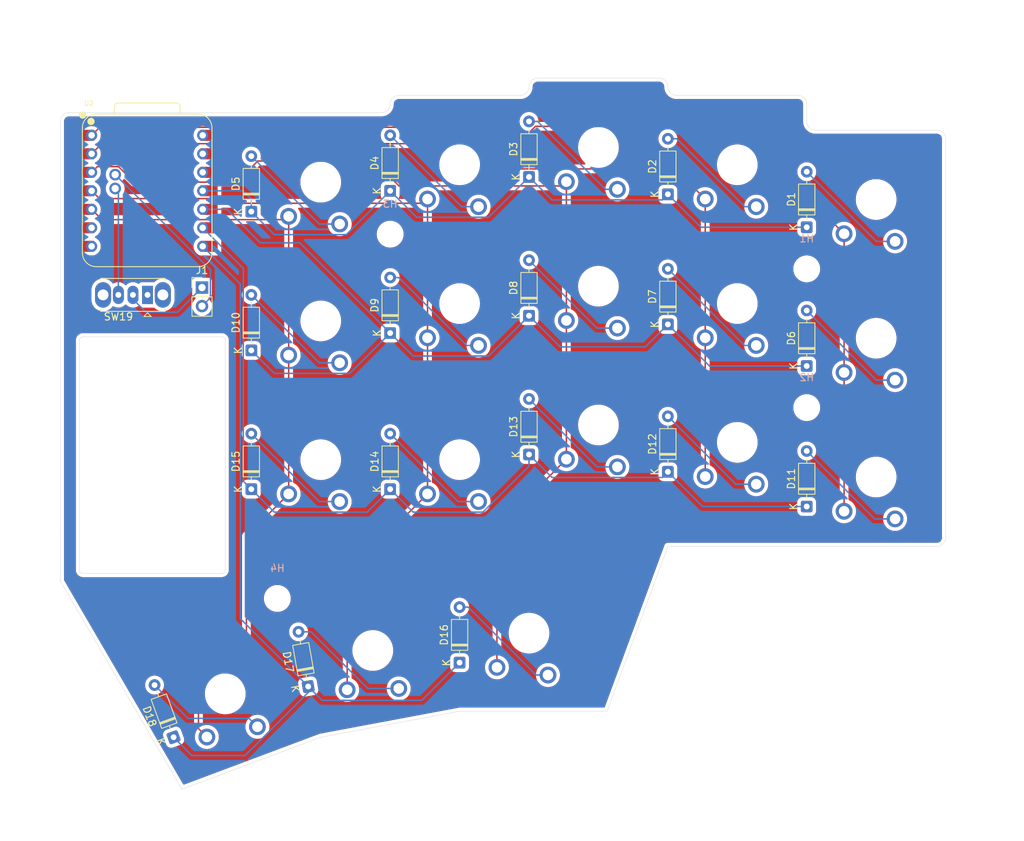
<source format=kicad_pcb>
(kicad_pcb (version 20241229) (generator "pcbnew") (generator_version "9.0")
  (layers (0 "F.Cu" signal) (2 "B.Cu" signal) (13 "F.Paste" user) (15 "B.Paste" user) (5 "F.SilkS" user "F.Silkscreen") (7 "B.SilkS" user "B.Silkscreen") (1 "F.Mask" user) (3 "B.Mask" user) (25 "Edge.Cuts" user))
  (net 0 "")
  (net 1 "Net-(D1-A)")
  (net 2 "Row 0")
  (net 3 "Net-(D2-A)")
  (net 4 "Net-(D3-A)")
  (net 5 "Net-(D4-A)")
  (net 6 "Net-(D5-A)")
  (net 7 "Net-(D6-A)")
  (net 8 "Row 1")
  (net 9 "Net-(D7-A)")
  (net 10 "Net-(D8-A)")
  (net 11 "Net-(D9-A)")
  (net 12 "Net-(D10-A)")
  (net 13 "Row 2")
  (net 14 "Net-(D11-A)")
  (net 15 "Net-(D12-A)")
  (net 16 "Net-(D13-A)")
  (net 17 "Net-(D14-A)")
  (net 18 "Net-(D15-A)")
  (net 19 "Row 3")
  (net 20 "Net-(D16-A)")
  (net 21 "Net-(D17-A)")
  (net 22 "Net-(D18-A)")
  (net 23 "GND")
  (net 24 "+5V")
  (net 25 "Net-(J1-Pin_1)")
  (net 26 "B-")
  (net 27 "Column 0")
  (net 28 "Column 1")
  (net 29 "Column 2")
  (net 30 "Column 3")
  (net 31 "Column 4")
  (net 33 "B+")
  (net 34 "+3V3")
  (footprint "Diode_THT:D_DO-35_SOD27_P7.62mm_Horizontal" (layer "F.Cu") (at 92.45625 92.216875 90)
    (property "Reference" "D14" (at 3.81 -2.119999 90) (layer "F.SilkS"))
    (property "Value" "1N4148")
    (fp_text user "K" (at -0.000002 -1.800001 90) (layer "F.SilkS"))
    (pad "1" thru_hole roundrect (at 0 0 90) (size 1.6 1.6) (drill 0.8) (layers "*.Cu" "*.Mask") (roundrect_rratio 0.15625) (net 13 "Row 2"))
    (pad "2" thru_hole circle (at 7.62 0 90) (size 1.6 1.6) (drill 0.8) (layers "*.Cu" "*.Mask") (net 17 "Net-(D14-A)"))
  )
  (footprint "KS33 Solderable:Gateron-KS33-Solderable-1U" (layer "F.Cu") (at 140.08125 47.6875)
    (property "Reference" "SW2")
    (property "Value" "SW_Push_45deg")
    (pad "" np_thru_hole circle (at 0 0 180) (size 5.1 5.1) (drill 5.1) (layers "*.Cu" "*.Mask"))
    (pad "1" thru_hole circle (at -4.4 4.7 180) (size 2.3 2.3) (drill 1.45) (layers "*.Cu" "B.Mask") (net 28 "Column 1"))
    (pad "2" thru_hole circle (at 2.6 5.75 180) (size 2.3 2.3) (drill 1.45) (layers "*.Cu" "B.Mask") (net 3 "Net-(D2-A)"))
  )
  (footprint "Diode_THT:D_DO-35_SOD27_P7.62mm_Horizontal" (layer "F.Cu") (at 149.60625 56.26 90)
    (property "Reference" "D1" (at 3.81 -2.119999 90) (layer "F.SilkS"))
    (property "Value" "1N4148")
    (fp_text user "K" (at -0.000002 -1.800001 90) (layer "F.SilkS"))
    (pad "1" thru_hole roundrect (at 0 0 90) (size 1.6 1.6) (drill 0.8) (layers "*.Cu" "*.Mask") (roundrect_rratio 0.15625) (net 2 "Row 0"))
    (pad "2" thru_hole circle (at 7.62 0 90) (size 1.6 1.6) (drill 0.8) (layers "*.Cu" "*.Mask") (net 1 "Net-(D1-A)"))
  )
  (footprint "KS33 Solderable:Gateron-KS33-Solderable-1U" (layer "F.Cu") (at 121.03125 83.40625)
    (property "Reference" "SW13")
    (property "Value" "SW_Push_45deg")
    (pad "" np_thru_hole circle (at 0 0 180) (size 5.1 5.1) (drill 5.1) (layers "*.Cu" "*.Mask"))
    (pad "1" thru_hole circle (at -4.4 4.7 180) (size 2.3 2.3) (drill 1.45) (layers "*.Cu" "B.Mask") (net 29 "Column 2"))
    (pad "2" thru_hole circle (at 2.6 5.75 180) (size 2.3 2.3) (drill 1.45) (layers "*.Cu" "B.Mask") (net 16 "Net-(D13-A)"))
  )
  (footprint "KS33 Solderable:Gateron-KS33-Solderable-1U" (layer "F.Cu") (at 90.075 114.3625 10)
    (property "Reference" "SW17")
    (property "Value" "SW_Push_45deg")
    (pad "" np_thru_hole circle (at 0 0 190) (size 5.1 5.1) (drill 5.1) (layers "*.Cu" "*.Mask"))
    (pad "1" thru_hole circle (at -4.400002 4.7 190) (size 2.3 2.3) (drill 1.45) (layers "*.Cu" "B.Mask") (net 30 "Column 3"))
    (pad "2" thru_hole circle (at 2.6 5.75 190) (size 2.3 2.3) (drill 1.45) (layers "*.Cu" "B.Mask") (net 21 "Net-(D17-A)"))
  )
  (footprint "KS33 Solderable:Gateron-KS33-Solderable-1U" (layer "F.Cu") (at 121.03125 45.30625)
    (property "Reference" "SW3")
    (property "Value" "SW_Push_45deg")
    (pad "" np_thru_hole circle (at 0 0 180) (size 5.1 5.1) (drill 5.1) (layers "*.Cu" "*.Mask"))
    (pad "1" thru_hole circle (at -4.4 4.7 180) (size 2.3 2.3) (drill 1.45) (layers "*.Cu" "B.Mask") (net 29 "Column 2"))
    (pad "2" thru_hole circle (at 2.6 5.75 180) (size 2.3 2.3) (drill 1.45) (layers "*.Cu" "B.Mask") (net 4 "Net-(D3-A)"))
  )
  (footprint "Diode_THT:D_DO-35_SOD27_P7.62mm_Horizontal" (layer "F.Cu") (at 130.55625 51.735625 90)
    (property "Reference" "D2" (at 3.81 -2.119999 90) (layer "F.SilkS"))
    (property "Value" "1N4148")
    (fp_text user "K" (at -0.000002 -1.800001 90) (layer "F.SilkS"))
    (pad "1" thru_hole roundrect (at 0 0 90) (size 1.6 1.6) (drill 0.8) (layers "*.Cu" "*.Mask") (roundrect_rratio 0.15625) (net 2 "Row 0"))
    (pad "2" thru_hole circle (at 7.62 0 90) (size 1.6 1.6) (drill 0.8) (layers "*.Cu" "*.Mask") (net 3 "Net-(D2-A)"))
  )
  (footprint "Diode_THT:D_DO-35_SOD27_P7.62mm_Horizontal" (layer "F.Cu") (at 130.55625 89.835625 90)
    (property "Reference" "D12" (at 3.81 -2.119999 90) (layer "F.SilkS"))
    (property "Value" "1N4148")
    (fp_text user "K" (at -0.000002 -1.800001 90) (layer "F.SilkS"))
    (pad "1" thru_hole roundrect (at 0 0 90) (size 1.6 1.6) (drill 0.8) (layers "*.Cu" "*.Mask") (roundrect_rratio 0.15625) (net 13 "Row 2"))
    (pad "2" thru_hole circle (at 7.62 0 90) (size 1.6 1.6) (drill 0.8) (layers "*.Cu" "*.Mask") (net 15 "Net-(D12-A)"))
  )
  (footprint "KS33 Solderable:Gateron-KS33-Solderable-1U" (layer "F.Cu") (at 82.93125 69.11875)
    (property "Reference" "SW10")
    (property "Value" "SW_Push_45deg")
    (pad "" np_thru_hole circle (at 0 0 180) (size 5.1 5.1) (drill 5.1) (layers "*.Cu" "*.Mask"))
    (pad "1" thru_hole circle (at -4.4 4.7 180) (size 2.3 2.3) (drill 1.45) (layers "*.Cu" "B.Mask") (net 31 "Column 4"))
    (pad "2" thru_hole circle (at 2.6 5.75 180) (size 2.3 2.3) (drill 1.45) (layers "*.Cu" "B.Mask") (net 12 "Net-(D10-A)"))
  )
  (footprint "Diode_THT:D_DO-35_SOD27_P7.62mm_Horizontal" (layer "F.Cu") (at 101.98125 116.029375 90)
    (property "Reference" "D16" (at 3.81 -2.119999 90) (layer "F.SilkS"))
    (property "Value" "1N4148")
    (fp_text user "K" (at -0.000002 -1.800001 90) (layer "F.SilkS"))
    (pad "1" thru_hole roundrect (at 0 0 90) (size 1.6 1.6) (drill 0.8) (layers "*.Cu" "*.Mask") (roundrect_rratio 0.15625) (net 19 "Row 3"))
    (pad "2" thru_hole circle (at 7.62 0 90) (size 1.6 1.6) (drill 0.8) (layers "*.Cu" "*.Mask") (net 20 "Net-(D16-A)"))
  )
  (footprint "KS33 Solderable:Gateron-KS33-Solderable-1U" (layer "F.Cu") (at 82.93125 88.16875)
    (property "Reference" "SW15")
    (property "Value" "SW_Push_45deg")
    (pad "" np_thru_hole circle (at 0 0 180) (size 5.1 5.1) (drill 5.1) (layers "*.Cu" "*.Mask"))
    (pad "1" thru_hole circle (at -4.4 4.7 180) (size 2.3 2.3) (drill 1.45) (layers "*.Cu" "B.Mask") (net 31 "Column 4"))
    (pad "2" thru_hole circle (at 2.6 5.75 180) (size 2.3 2.3) (drill 1.45) (layers "*.Cu" "B.Mask") (net 18 "Net-(D15-A)"))
  )
  (footprint "KS33 Solderable:Gateron-KS33-Solderable-1U" (layer "F.Cu") (at 101.98125 47.6875)
    (property "Reference" "SW4")
    (property "Value" "SW_Push_45deg")
    (pad "" np_thru_hole circle (at 0 0 180) (size 5.1 5.1) (drill 5.1) (layers "*.Cu" "*.Mask"))
    (pad "1" thru_hole circle (at -4.4 4.7 180) (size 2.3 2.3) (drill 1.45) (layers "*.Cu" "B.Mask") (net 30 "Column 3"))
    (pad "2" thru_hole circle (at 2.6 5.75 180) (size 2.3 2.3) (drill 1.45) (layers "*.Cu" "B.Mask") (net 5 "Net-(D4-A)"))
  )
  (footprint "Diode_THT:D_DO-35_SOD27_P7.62mm_Horizontal" (layer "F.Cu") (at 111.50625 68.404375 90)
    (property "Reference" "D8" (at 3.81 -2.119999 270) (layer "F.SilkS"))
    (property "Value" "1N4148")
    (fp_text user "K" (at -0.000002 -1.800001 90) (layer "F.SilkS"))
    (pad "1" thru_hole roundrect (at 0 0 90) (size 1.6 1.6) (drill 0.8) (layers "*.Cu" "*.Mask") (roundrect_rratio 0.15625) (net 8 "Row 1"))
    (pad "2" thru_hole circle (at 7.62 0 90) (size 1.6 1.6) (drill 0.8) (layers "*.Cu" "*.Mask") (net 10 "Net-(D8-A)"))
  )
  (footprint "Diode_THT:D_DO-35_SOD27_P7.62mm_Horizontal" (layer "F.Cu") (at 73.40625 54.116875 90)
    (property "Reference" "D5" (at 3.81 -2.119999 90) (layer "F.SilkS"))
    (property "Value" "1N4148")
    (fp_text user "K" (at -0.000002 -1.800001 90) (layer "F.SilkS"))
    (pad "1" thru_hole roundrect (at 0 0 90) (size 1.6 1.6) (drill 0.8) (layers "*.Cu" "*.Mask") (roundrect_rratio 0.15625) (net 2 "Row 0"))
    (pad "2" thru_hole circle (at 7.62 0 90) (size 1.6 1.6) (drill 0.8) (layers "*.Cu" "*.Mask") (net 6 "Net-(D5-A)"))
  )
  (footprint "Diode_THT:D_DO-35_SOD27_P7.62mm_Horizontal" (layer "F.Cu") (at 92.45625 70.785625 90)
    (property "Reference" "D9" (at 3.81 -2.119999 90) (layer "F.SilkS"))
    (property "Value" "1N4148")
    (fp_text user "K" (at -0.000002 -1.800001 90) (layer "F.SilkS"))
    (pad "1" thru_hole roundrect (at 0 0 90) (size 1.6 1.6) (drill 0.8) (layers "*.Cu" "*.Mask") (roundrect_rratio 0.15625) (net 8 "Row 1"))
    (pad "2" thru_hole circle (at 7.62 0 90) (size 1.6 1.6) (drill 0.8) (layers "*.Cu" "*.Mask") (net 11 "Net-(D9-A)"))
  )
  (footprint "Diode_THT:D_DO-35_SOD27_P7.62mm_Horizontal" (layer "F.Cu") (at 149.60625 75.31 90)
    (property "Reference" "D6" (at 3.81 -2.119999 90) (layer "F.SilkS"))
    (property "Value" "1N4148")
    (fp_text user "K" (at -0.000002 -1.800001 90) (layer "F.SilkS"))
    (pad "1" thru_hole roundrect (at 0 0 90) (size 1.6 1.6) (drill 0.8) (layers "*.Cu" "*.Mask") (roundrect_rratio 0.15625) (net 8 "Row 1"))
    (pad "2" thru_hole circle (at 7.62 0 90) (size 1.6 1.6) (drill 0.8) (layers "*.Cu" "*.Mask") (net 7 "Net-(D6-A)"))
  )
  (footprint "xiao:XIAO-nRF52840-DIP-Batt" (layer "F.Cu") (at 59.11875 51.259375)
    (property "Reference" "U2" (at -8 -12 0) (layer "F.SilkS") (effects (font (size 0.635 0.635) (thickness 0.1016))))
    (property "Value" "XIAO-nRF52840-SMD")
    (pad "1" smd roundrect (at -8.455 -7.62 180) (size 2.432 1.524) (layers "F.Cu" "F.Mask") (roundrect_rratio 0.1) (net 27 "Column 0"))
    (pad "1" thru_hole circle (at -7.62 -7.62 180) (size 1.524 1.524) (drill 0.889) (layers "*.Cu" "*.Mask") (net 27 "Column 0"))
    (pad "2" smd roundrect (at -8.455 -5.08 180) (size 2.432 1.524) (layers "F.Cu" "F.Mask") (roundrect_rratio 0.1) (net 28 "Column 1"))
    (pad "2" thru_hole circle (at -7.62 -5.08 180) (size 1.524 1.524) (drill 0.889) (layers "*.Cu" "*.Mask") (net 28 "Column 1"))
    (pad "3" smd roundrect (at -8.455 -2.54 180) (size 2.432 1.524) (layers "F.Cu" "F.Mask") (roundrect_rratio 0.1) (net 29 "Column 2"))
    (pad "3" thru_hole circle (at -7.62 -2.54 180) (size 1.524 1.524) (drill 0.889) (layers "*.Cu" "*.Mask") (net 29 "Column 2"))
    (pad "4" smd roundrect (at -8.455 0 180) (size 2.432 1.524) (layers "F.Cu" "F.Mask") (roundrect_rratio 0.1) (net 30 "Column 3"))
    (pad "4" thru_hole circle (at -7.62 0 180) (size 1.524 1.524) (drill 0.889) (layers "*.Cu" "*.Mask") (net 30 "Column 3"))
    (pad "5" smd roundrect (at -8.455 2.54 180) (size 2.432 1.524) (layers "F.Cu" "F.Mask") (roundrect_rratio 0.1) (net 31 "Column 4"))
    (pad "5" thru_hole circle (at -7.62 2.54 180) (size 1.524 1.524) (drill 0.889) (layers "*.Cu" "*.Mask") (net 31 "Column 4"))
    (pad "6" smd roundrect (at -8.455 5.08 180) (size 2.432 1.524) (layers "F.Cu" "F.Mask") (roundrect_rratio 0.1))
    (pad "6" thru_hole circle (at -7.62 5.08 180) (size 1.524 1.524) (drill 0.889) (layers "*.Cu" "*.Mask"))
    (pad "7" smd roundrect (at -8.455 7.62 180) (size 2.432 1.524) (layers "F.Cu" "F.Mask") (roundrect_rratio 0.1))
    (pad "7" thru_hole circle (at -7.62 7.62 180) (size 1.524 1.524) (drill 0.889) (layers "*.Cu" "*.Mask"))
    (pad "8" thru_hole circle (at 7.62 7.62) (size 1.524 1.524) (drill 0.889) (layers "*.Cu" "*.Mask") (net 19 "Row 3"))
    (pad "8" smd roundrect (at 8.455 7.62) (size 2.432 1.524) (layers "F.Cu" "F.Mask") (roundrect_rratio 0.1) (net 19 "Row 3"))
    (pad "9" thru_hole circle (at 7.62 5.08) (size 1.524 1.524) (drill 0.889) (layers "*.Cu" "*.Mask") (net 13 "Row 2"))
    (pad "9" smd roundrect (at 8.455 5.08) (size 2.432 1.524) (layers "F.Cu" "F.Mask") (roundrect_rratio 0.1) (net 13 "Row 2"))
    (pad "10" thru_hole circle (at 7.62 2.54) (size 1.524 1.524) (drill 0.889) (layers "*.Cu" "*.Mask") (net 8 "Row 1"))
    (pad "10" smd roundrect (at 8.455 2.54) (size 2.432 1.524) (layers "F.Cu" "F.Mask") (roundrect_rratio 0.1) (net 8 "Row 1"))
    (pad "11" thru_hole circle (at 7.62 0) (size 1.524 1.524) (drill 0.889) (layers "*.Cu" "*.Mask") (net 2 "Row 0"))
    (pad "11" smd roundrect (at 8.455 0) (size 2.432 1.524) (layers "F.Cu" "F.Mask") (roundrect_rratio 0.1) (net 2 "Row 0"))
    (pad "12" thru_hole circle (at 7.62 -2.54) (size 1.524 1.524) (drill 0.889) (layers "*.Cu" "*.Mask") (net 34 "+3V3"))
    (pad "12" smd roundrect (at 8.455 -2.54) (size 2.432 1.524) (layers "F.Cu" "F.Mask") (roundrect_rratio 0.1) (net 34 "+3V3"))
    (pad "13" thru_hole circle (at 7.62 -5.08) (size 1.524 1.524) (drill 0.889) (layers "*.Cu" "*.Mask") (net 23 "GND"))
    (pad "13" smd roundrect (at 8.455 -5.08) (size 2.432 1.524) (layers "F.Cu" "F.Mask") (roundrect_rratio 0.1) (net 23 "GND"))
    (pad "14" thru_hole circle (at 7.62 -7.62) (size 1.524 1.524) (drill 0.889) (layers "*.Cu" "*.Mask") (net 24 "+5V"))
    (pad "14" smd roundrect (at 8.455 -7.62) (size 2.432 1.524) (layers "F.Cu" "F.Mask") (roundrect_rratio 0.1) (net 24 "+5V"))
    (pad "15" thru_hole circle (at -4.39 -0.317 180) (size 1.6 1.6) (drill 1) (layers "*.Cu" "*.Mask") (net 33 "B+"))
    (pad "16" thru_hole circle (at -4.39 -2.222 180) (size 1.6 1.6) (drill 1) (layers "*.Cu" "*.Mask") (net 26 "B-"))
  )
  (footprint "KS33 Solderable:Gateron-KS33-Solderable-1U" (layer "F.Cu") (at 140.08125 85.7875)
    (property "Reference" "SW12")
    (property "Value" "SW_Push_45deg")
    (pad "" np_thru_hole circle (at 0 0 180) (size 5.1 5.1) (drill 5.1) (layers "*.Cu" "*.Mask"))
    (pad "1" thru_hole circle (at -4.4 4.7 180) (size 2.3 2.3) (drill 1.45) (layers "*.Cu" "B.Mask") (net 28 "Column 1"))
    (pad "2" thru_hole circle (at 2.6 5.75 180) (size 2.3 2.3) (drill 1.45) (layers "*.Cu" "B.Mask") (net 15 "Net-(D12-A)"))
  )
  (footprint "KS33 Solderable:Gateron-KS33-Solderable-1U" (layer "F.Cu") (at 69.834375 120.315625 20)
    (property "Reference" "SW18")
    (property "Value" "SW_Push_45deg")
    (pad "" np_thru_hole circle (at 0 0 200) (size 5.1 5.1) (drill 5.1) (layers "*.Cu" "*.Mask"))
    (pad "1" thru_hole circle (at -4.4 4.699999 200) (size 2.3 2.3) (drill 1.45) (layers "*.Cu" "B.Mask") (net 31 "Column 4"))
    (pad "2" thru_hole circle (at 2.599999 5.750001 200) (size 2.3 2.3) (drill 1.45) (layers "*.Cu" "B.Mask") (net 22 "Net-(D18-A)"))
  )
  (footprint "KS33 Solderable:Gateron-KS33-Solderable-1U" (layer "F.Cu") (at 101.98125 88.16875)
    (property "Reference" "SW14")
    (property "Value" "SW_Push_45deg")
    (pad "" np_thru_hole circle (at 0 0 180) (size 5.1 5.1) (drill 5.1) (layers "*.Cu" "*.Mask"))
    (pad "1" thru_hole circle (at -4.4 4.7 180) (size 2.3 2.3) (drill 1.45) (layers "*.Cu" "B.Mask") (net 30 "Column 3"))
    (pad "2" thru_hole circle (at 2.6 5.75 180) (size 2.3 2.3) (drill 1.45) (layers "*.Cu" "B.Mask") (net 17 "Net-(D14-A)"))
  )
  (footprint "Diode_THT:D_DO-35_SOD27_P7.62mm_Horizontal" (layer "F.Cu") (at 111.50625 49.354375 90)
    (property "Reference" "D3" (at 3.81 -2.119999 90) (layer "F.SilkS"))
    (property "Value" "1N4148")
    (fp_text user "K" (at -0.000002 -1.800001 90) (layer "F.SilkS"))
    (pad "1" thru_hole roundrect (at 0 0 90) (size 1.6 1.6) (drill 0.8) (layers "*.Cu" "*.Mask") (roundrect_rratio 0.15625) (net 2 "Row 0"))
    (pad "2" thru_hole circle (at 7.62 0 90) (size 1.6 1.6) (drill 0.8) (layers "*.Cu" "*.Mask") (net 4 "Net-(D3-A)"))
  )
  (footprint "Diode_THT:D_DO-35_SOD27_P7.62mm_Horizontal" (layer "F.Cu") (at 81.2116 119.305242 100)
    (property "Reference" "D17" (at 3.81 -2.119999 100) (layer "F.SilkS"))
    (property "Value" "1N4148")
    (fp_text user "K" (at -0.000002 -1.800001 100) (layer "F.SilkS"))
    (pad "1" thru_hole roundrect (at 0 0 100) (size 1.6 1.6) (drill 0.8) (layers "*.Cu" "*.Mask") (roundrect_rratio 0.15625) (net 19 "Row 3"))
    (pad "2" thru_hole circle (at 7.62 0 100) (size 1.6 1.6) (drill 0.8) (layers "*.Cu" "*.Mask") (net 21 "Net-(D17-A)"))
  )
  (footprint "KS33 Solderable:Gateron-KS33-Solderable-1U" (layer "F.Cu") (at 140.08125 66.7375)
    (property "Reference" "SW7")
    (property "Value" "SW_Push_45deg")
    (pad "" np_thru_hole circle (at 0 0 180) (size 5.1 5.1) (drill 5.1) (layers "*.Cu" "*.Mask"))
    (pad "1" thru_hole circle (at -4.4 4.7 180) (size 2.3 2.3) (drill 1.45) (layers "*.Cu" "B.Mask") (net 28 "Column 1"))
    (pad "2" thru_hole circle (at 2.6 5.75 180) (size 2.3 2.3) (drill 1.45) (layers "*.Cu" "B.Mask") (net 9 "Net-(D7-A)"))
  )
  (footprint "KS33 Solderable:Gateron-KS33-Solderable-1U" (layer "F.Cu") (at 101.98125 66.7375)
    (property "Reference" "SW9")
    (property "Value" "SW_Push_45deg")
    (pad "" np_thru_hole circle (at 0 0 180) (size 5.1 5.1) (drill 5.1) (layers "*.Cu" "*.Mask"))
    (pad "1" thru_hole circle (at -4.4 4.7 180) (size 2.3 2.3) (drill 1.45) (layers "*.Cu" "B.Mask") (net 30 "Column 3"))
    (pad "2" thru_hole circle (at 2.6 5.75 180) (size 2.3 2.3) (drill 1.45) (layers "*.Cu" "B.Mask") (net 11 "Net-(D9-A)"))
  )
  (footprint "Diode_THT:D_DO-35_SOD27_P7.62mm_Horizontal" (layer "F.Cu") (at 62.740625 126.26875 110)
    (property "Reference" "D18" (at 3.810001 -2.12 110) (layer "F.SilkS"))
    (property "Value" "1N4148")
    (fp_text user "K" (at -0.000002 -1.800002 110) (layer "F.SilkS"))
    (pad "1" thru_hole roundrect (at 0 0 110) (size 1.6 1.6) (drill 0.8) (layers "*.Cu" "*.Mask") (roundrect_rratio 0.15625) (net 19 "Row 3"))
    (pad "2" thru_hole circle (at 7.62 0.000001 110) (size 1.6 1.6) (drill 0.8) (layers "*.Cu" "*.Mask") (net 22 "Net-(D18-A)"))
  )
  (footprint "Diode_THT:D_DO-35_SOD27_P7.62mm_Horizontal" (layer "F.Cu") (at 130.55625 69.595 90)
    (property "Reference" "D7" (at 3.81 -2.119999 90) (layer "F.SilkS"))
    (property "Value" "1N4148")
    (fp_text user "K" (at -0.000002 -1.800001 90) (layer "F.SilkS"))
    (pad "1" thru_hole roundrect (at 0 0 90) (size 1.6 1.6) (drill 0.8) (layers "*.Cu" "*.Mask") (roundrect_rratio 0.15625) (net 8 "Row 1"))
    (pad "2" thru_hole circle (at 7.62 0 90) (size 1.6 1.6) (drill 0.8) (layers "*.Cu" "*.Mask") (net 9 "Net-(D7-A)"))
  )
  (footprint "Diode_THT:D_DO-35_SOD27_P7.62mm_Horizontal" (layer "F.Cu") (at 149.60625 94.598125 90)
    (property "Reference" "D11" (at 3.81 -2.119999 90) (layer "F.SilkS"))
    (property "Value" "1N4148")
    (fp_text user "K" (at -0.000002 -1.800001 90) (layer "F.SilkS"))
    (pad "1" thru_hole roundrect (at 0 0 90) (size 1.6 1.6) (drill 0.8) (layers "*.Cu" "*.Mask") (roundrect_rratio 0.15625) (net 13 "Row 2"))
    (pad "2" thru_hole circle (at 7.62 0 90) (size 1.6 1.6) (drill 0.8) (layers "*.Cu" "*.Mask") (net 14 "Net-(D11-A)"))
  )
  (footprint "Diode_THT:D_DO-35_SOD27_P7.62mm_Horizontal" (layer "F.Cu") (at 73.40625 92.216875 90)
    (property "Reference" "D15" (at 3.81 -2.119999 90) (layer "F.SilkS"))
    (property "Value" "1N4148")
    (fp_text user "K" (at -0.000002 -1.800001 90) (layer "F.SilkS"))
    (pad "1" thru_hole roundrect (at 0 0 90) (size 1.6 1.6) (drill 0.8) (layers "*.Cu" "*.Mask") (roundrect_rratio 0.15625) (net 13 "Row 2"))
    (pad "2" thru_hole circle (at 7.62 0 90) (size 1.6 1.6) (drill 0.8) (layers "*.Cu" "*.Mask") (net 18 "Net-(D15-A)"))
  )
  (footprint "KS33 Solderable:Gateron-KS33-Solderable-1U" (layer "F.Cu") (at 121.03125 64.35625)
    (property "Reference" "SW8")
    (property "Value" "SW_Push_45deg")
    (pad "" np_thru_hole circle (at 0 0 180) (size 5.1 5.1) (drill 5.1) (layers "*.Cu" "*.Mask"))
    (pad "1" thru_hole circle (at -4.4 4.7 180) (size 2.3 2.3) (drill 1.45) (layers "*.Cu" "B.Mask") (net 29 "Column 2"))
    (pad "2" thru_hole circle (at 2.6 5.75 180) (size 2.3 2.3) (drill 1.45) (layers "*.Cu" "B.Mask") (net 10 "Net-(D8-A)"))
  )
  (footprint "Connector_PinHeader_2.54mm:PinHeader_1x02_P2.54mm_Vertical" (layer "F.Cu") (at 66.643747 64.546874)
    (property "Reference" "J1" (at 0 -2.38 0) (layer "F.SilkS"))
    (property "Value" "Conn_01x02_Pin")
    (pad "1" thru_hole rect (at 0 0) (size 1.7 1.7) (drill 1) (layers "*.Cu" "*.Mask") (net 25 "Net-(J1-Pin_1)"))
    (pad "2" thru_hole circle (at 0 2.54) (size 1.7 1.7) (drill 1) (layers "*.Cu" "*.Mask") (net 26 "B-"))
  )
  (footprint "Diode_THT:D_DO-35_SOD27_P7.62mm_Horizontal" (layer "F.Cu") (at 111.50625 87.454375 90)
    (property "Reference" "D13" (at 3.81 -2.119999 90) (layer "F.SilkS"))
    (property "Value" "1N4148")
    (fp_text user "K" (at -0.000002 -1.800001 90) (layer "F.SilkS"))
    (pad "1" thru_hole roundrect (at 0 0 90) (size 1.6 1.6) (drill 0.8) (layers "*.Cu" "*.Mask") (roundrect_rratio 0.15625) (net 13 "Row 2"))
    (pad "2" thru_hole circle (at 7.62 0 90) (size 1.6 1.6) (drill 0.8) (layers "*.Cu" "*.Mask") (net 16 "Net-(D13-A)"))
  )
  (footprint "Button_Switch_THT:SW_Slide_SPDT_Straight_CK_OS102011MS2Q" (layer "F.Cu") (at 59.16875 65.546875 180)
    (property "Reference" "SW19" (at 3.99 -2.99 0) (layer "F.SilkS"))
    (property "Value" "SW_SPDT")
    (pad "" thru_hole oval (at -2.1 0 180) (size 2.2 3.5) (drill 1.5) (layers "*.Cu" "*.Mask"))
    (pad "" thru_hole oval (at 6.1 0 180) (size 2.2 3.5) (drill 1.5) (layers "*.Cu" "*.Mask"))
    (pad "1" thru_hole rect (at 0 0 180) (size 1.5 2.5) (drill 0.8) (layers "*.Cu" "*.Mask"))
    (pad "2" thru_hole oval (at 2.000003 0.000001 180) (size 1.5 2.5) (drill 0.8) (layers "*.Cu" "*.Mask") (net 25 "Net-(J1-Pin_1)"))
    (pad "3" thru_hole oval (at 4 0 180) (size 1.5 2.5) (drill 0.8) (layers "*.Cu" "*.Mask") (net 33 "B+"))
  )
  (footprint "KS33 Solderable:Gateron-KS33-Solderable-1U" (layer "F.Cu") (at 159.13125 90.55)
    (property "Reference" "SW11")
    (property "Value" "SW_Push_45deg")
    (pad "" np_thru_hole circle (at 0 0 180) (size 5.1 5.1) (drill 5.1) (layers "*.Cu" "*.Mask"))
    (pad "1" thru_hole circle (at -4.4 4.7 180) (size 2.3 2.3) (drill 1.45) (layers "*.Cu" "B.Mask") (net 27 "Column 0"))
    (pad "2" thru_hole circle (at 2.6 5.75 180) (size 2.3 2.3) (drill 1.45) (layers "*.Cu" "B.Mask") (net 14 "Net-(D11-A)"))
  )
  (footprint "KS33 Solderable:Gateron-KS33-Solderable-1U" (layer "F.Cu") (at 159.13125 52.45)
    (property "Reference" "SW1")
    (property "Value" "SW_Push_45deg")
    (pad "" np_thru_hole circle (at 0 0 180) (size 5.1 5.1) (drill 5.1) (layers "*.Cu" "*.Mask"))
    (pad "1" thru_hole circle (at -4.4 4.7 180) (size 2.3 2.3) (drill 1.45) (layers "*.Cu" "B.Mask") (net 27 "Column 0"))
    (pad "2" thru_hole circle (at 2.6 5.75 180) (size 2.3 2.3) (drill 1.45) (layers "*.Cu" "B.Mask") (net 1 "Net-(D1-A)"))
  )
  (footprint "KS33 Solderable:Gateron-KS33-Solderable-1U" (layer "F.Cu") (at 159.13125 71.5)
    (property "Reference" "SW6")
    (property "Value" "SW_Push_45deg")
    (pad "" np_thru_hole circle (at 0 0 180) (size 5.1 5.1) (drill 5.1) (layers "*.Cu" "*.Mask"))
    (pad "1" thru_hole circle (at -4.4 4.7 180) (size 2.3 2.3) (drill 1.45) (layers "*.Cu" "B.Mask") (net 27 "Column 0"))
    (pad "2" thru_hole circle (at 2.6 5.75 180) (size 2.3 2.3) (drill 1.45) (layers "*.Cu" "B.Mask") (net 7 "Net-(D6-A)"))
  )
  (footprint "KS33 Solderable:Gateron-KS33-Solderable-1U" (layer "F.Cu") (at 111.50625 111.98125)
    (property "Reference" "SW16")
    (property "Value" "SW_Push_45deg")
    (pad "" np_thru_hole circle (at 0 0 180) (size 5.1 5.1) (drill 5.1) (layers "*.Cu" "*.Mask"))
    (pad "1" thru_hole circle (at -4.400001 4.7 180) (size 2.3 2.3) (drill 1.45) (layers "*.Cu" "B.Mask") (net 29 "Column 2"))
    (pad "2" thru_hole circle (at 2.6 5.75 180) (size 2.3 2.3) (drill 1.45) (layers "*.Cu" "B.Mask") (net 20 "Net-(D16-A)"))
  )
  (footprint "Diode_THT:D_DO-35_SOD27_P7.62mm_Horizontal" (layer "F.Cu") (at 73.40625 73.166875 90)
    (property "Reference" "D10" (at 3.81 -2.119999 90) (layer "F.SilkS"))
    (property "Value" "1N4148")
    (fp_text user "K" (at -0.000002 -1.800001 90) (layer "F.SilkS"))
    (pad "1" thru_hole roundrect (at 0 0 90) (size 1.6 1.6) (drill 0.8) (layers "*.Cu" "*.Mask") (roundrect_rratio 0.15625) (net 8 "Row 1"))
    (pad "2" thru_hole circle (at 7.62 0 90) (size 1.6 1.6) (drill 0.8) (layers "*.Cu" "*.Mask") (net 12 "Net-(D10-A)"))
  )
  (footprint "Diode_THT:D_DO-35_SOD27_P7.62mm_Horizontal" (layer "F.Cu") (at 92.45625 51.259375 90)
    (property "Reference" "D4" (at 3.81 -2.119999 90) (layer "F.SilkS"))
    (property "Value" "1N4148")
    (fp_text user "K" (at -0.000002 -1.800001 90) (layer "F.SilkS"))
    (pad "1" thru_hole roundrect (at 0 0 90) (size 1.6 1.6) (drill 0.8) (layers "*.Cu" "*.Mask") (roundrect_rratio 0.15625) (net 2 "Row 0"))
    (pad "2" thru_hole circle (at 7.62 0 90) (size 1.6 1.6) (drill 0.8) (layers "*.Cu" "*.Mask") (net 5 "Net-(D4-A)"))
  )
  (footprint "KS33 Solderable:Gateron-KS33-Solderable-1U" (layer "F.Cu") (at 82.93125 50.06875)
    (property "Reference" "SW5")
    (property "Value" "SW_Push_45deg")
    (pad "" np_thru_hole circle (at 0 0 180) (size 5.1 5.1) (drill 5.1) (layers "*.Cu" "*.Mask"))
    (pad "1" thru_hole circle (at -4.4 4.7 180) (size 2.3 2.3) (drill 1.45) (layers "*.Cu" "B.Mask") (net 31 "Column 4"))
    (pad "2" thru_hole circle (at 2.6 5.75 180) (size 2.3 2.3) (drill 1.45) (layers "*.Cu" "B.Mask") (net 6 "Net-(D5-A)"))
  )
  (footprint "MountingHole:MountingHole_3.2mm_M3" (layer "B.Cu") (at 76.978125 107.21875 180)
    (property "Reference" "H4" (at 0 4.15 0) (layer "B.SilkS") (effects (justify mirror)))
    (property "Value" "MountingHole")
    (pad "" np_thru_hole circle (at 0 0 180) (size 3.2 3.2) (drill 3.2) (layers "*.Cu" "*.Mask"))
  )
  (footprint "MountingHole:MountingHole_3.2mm_M3" (layer "B.Cu") (at 149.60625 81.025 180)
    (property "Reference" "H2" (at 0 4.15 0) (layer "B.SilkS") (effects (justify mirror)))
    (property "Value" "MountingHole")
    (pad "" np_thru_hole circle (at 0 0 180) (size 3.2 3.2) (drill 3.2) (layers "*.Cu" "*.Mask"))
  )
  (footprint "MountingHole:MountingHole_3.2mm_M3" (layer "B.Cu") (at 149.60625 61.975 180)
    (property "Reference" "H1" (at 0 4.15 0) (layer "B.SilkS") (effects (justify mirror)))
    (property "Value" "MountingHole")
    (pad "" np_thru_hole circle (at 0 0 180) (size 3.2 3.2) (drill 3.2) (layers "*.Cu" "*.Mask"))
  )
  (footprint "MountingHole:MountingHole_3.2mm_M3" (layer "B.Cu") (at 92.45625 57.2125 180)
    (property "Reference" "H3" (at 0 4.15 0) (layer "B.SilkS") (effects (justify mirror)))
    (property "Value" "MountingHole")
    (pad "" np_thru_hole circle (at 0 0 180) (size 3.2 3.2) (drill 3.2) (layers "*.Cu" "*.Mask"))
  )
  (gr_line (start 50.328553 103.793303) (end 69.328553 103.793303) (stroke (width 0.05)) (layer "Edge.Cuts"))
  (gr_line (start 69.828553 103.293303) (end 69.828553 71.793303) (stroke (width 0.05)) (layer "Edge.Cuts"))
  (gr_line (start 168.65625 98.884375) (end 168.65625 44.115625) (stroke (width 0.05)) (layer "Edge.Cuts"))
  (gr_line (start 148.415625 38.1625) (end 131.746875 38.1625) (stroke (width 0.05)) (layer "Edge.Cuts"))
  (gr_arc (start 111.50625 36.971875) (mid 111.854986 36.130001) (end 112.696875 35.78125) (stroke (width 0.05)) (layer "Edge.Cuts"))
  (gr_arc (start 47.2125 41.734375) (mid 47.561204 40.892454) (end 48.403125 40.54375) (stroke (width 0.05)) (layer "Edge.Cuts"))
  (gr_arc (start 49.828553 71.793303) (mid 49.975028 71.439778) (end 50.328553 71.293303) (stroke (width 0.05)) (layer "Edge.Cuts"))
  (gr_line (start 110.315625 38.1625) (end 93.646875 38.1625) (stroke (width 0.05)) (layer "Edge.Cuts"))
  (gr_arc (start 111.50625 36.971875) (mid 111.157502 37.813752) (end 110.315625 38.1625) (stroke (width 0.05)) (layer "Edge.Cuts"))
  (gr_line (start 103.171875 122.696875) (end 122.221875 122.696875) (stroke (width 0.05)) (layer "Edge.Cuts"))
  (gr_line (start 167.465625 42.925) (end 150.796875 42.925) (stroke (width 0.05)) (layer "Edge.Cuts"))
  (gr_line (start 49.828553 71.793303) (end 49.828553 103.293303) (stroke (width 0.05)) (layer "Edge.Cuts"))
  (gr_arc (start 167.465625 42.925) (mid 168.307531 43.273719) (end 168.65625 44.115625) (stroke (width 0.05)) (layer "Edge.Cuts"))
  (gr_arc (start 69.328553 71.293303) (mid 69.682103 71.439751) (end 69.828553 71.793303) (stroke (width 0.05)) (layer "Edge.Cuts"))
  (gr_line (start 129.365625 35.78125) (end 112.696875 35.78125) (stroke (width 0.05)) (layer "Edge.Cuts"))
  (gr_line (start 63.88125 133.4125) (end 47.2125 104.8375) (stroke (width 0.05)) (layer "Edge.Cuts"))
  (gr_line (start 103.171875 122.696875) (end 101.98125 122.696875) (stroke (width 0.05)) (layer "Edge.Cuts"))
  (gr_arc (start 69.828553 103.293303) (mid 69.682076 103.646826) (end 69.328553 103.793303) (stroke (width 0.05)) (layer "Edge.Cuts"))
  (gr_line (start 149.60625 41.734375) (end 149.60625 39.353125) (stroke (width 0.05)) (layer "Edge.Cuts"))
  (gr_arc (start 50.328553 103.793303) (mid 49.974997 103.646858) (end 49.828553 103.293303) (stroke (width 0.05)) (layer "Edge.Cuts"))
  (gr_line (start 47.2125 97.69375) (end 47.2125 104.8375) (stroke (width 0.05)) (layer "Edge.Cuts"))
  (gr_arc (start 131.746875 38.1625) (mid 130.904969 37.813781) (end 130.55625 36.971875) (stroke (width 0.05)) (layer "Edge.Cuts"))
  (gr_arc (start 148.415625 38.1625) (mid 149.257531 38.511219) (end 149.60625 39.353125) (stroke (width 0.05)) (layer "Edge.Cuts"))
  (gr_arc (start 168.65625 98.884375) (mid 168.307502 99.726252) (end 167.465625 100.075) (stroke (width 0.05)) (layer "Edge.Cuts"))
  (gr_line (start 82.93125 126.26875) (end 101.98125 122.696875) (stroke (width 0.05)) (layer "Edge.Cuts"))
  (gr_line (start 91.265625 40.54375) (end 48.403125 40.54375) (stroke (width 0.05)) (layer "Edge.Cuts"))
  (gr_arc (start 129.365625 35.78125) (mid 130.207549 36.129966) (end 130.55625 36.971875) (stroke (width 0.05)) (layer "Edge.Cuts"))
  (gr_line (start 167.465625 100.075) (end 130.55625 100.075) (stroke (width 0.05)) (layer "Edge.Cuts"))
  (gr_line (start 47.2125 41.734375) (end 47.2125 97.69375) (stroke (width 0.05)) (layer "Edge.Cuts"))
  (gr_arc (start 92.45625 39.353125) (mid 92.107514 40.194999) (end 91.265625 40.54375) (stroke (width 0.05)) (layer "Edge.Cuts"))
  (gr_line (start 122.221875 122.696875) (end 130.55625 100.075) (stroke (width 0.05)) (layer "Edge.Cuts"))
  (gr_line (start 69.328553 71.293303) (end 50.328553 71.293303) (stroke (width 0.05)) (layer "Edge.Cuts"))
  (gr_arc (start 92.45625 39.353125) (mid 92.804998 38.511248) (end 93.646875 38.1625) (stroke (width 0.05)) (layer "Edge.Cuts"))
  (gr_line (start 63.88125 133.4125) (end 82.93125 126.26875) (stroke (width 0.05)) (layer "Edge.Cuts"))
  (gr_arc (start 150.796875 42.925) (mid 149.954969 42.576281) (end 149.60625 41.734375) (stroke (width 0.05)) (layer "Edge.Cuts"))
  (segment (start 161.73125 58.2) (end 159.16625 58.2) (width 0.2) (layer "B.Cu") (net 1))
  (segment (start 159.16625 58.2) (end 149.60625 48.64) (width 0.2) (layer "B.Cu") (net 1))
  (segment (start 73.40625 52.4) (end 72.265625 51.259375) (width 0.2) (layer "B.Cu") (net 2))
  (segment (start 73.40625 54.116875) (end 76.559125 57.26975) (width 0.2) (layer "B.Cu") (net 2))
  (segment (start 72.265625 51.259375) (end 66.73875 51.259375) (width 0.2) (layer "B.Cu") (net 2))
  (segment (start 135.080625 56.26) (end 149.60625 56.26) (width 0.2) (layer "B.Cu") (net 2))
  (segment (start 111.50625 49.354375) (end 114.659125 52.50725) (width 0.2) (layer "B.Cu") (net 2))
  (segment (start 105.972125 54.8885) (end 111.50625 49.354375) (width 0.2) (layer "B.Cu") (net 2))
  (segment (start 92.45625 51.259375) (end 96.085375 54.8885) (width 0.2) (layer "B.Cu") (net 2))
  (segment (start 73.40625 54.116875) (end 73.40625 52.4) (width 0.2) (layer "B.Cu") (net 2))
  (segment (start 130.55625 51.735625) (end 135.080625 56.26) (width 0.2) (layer "B.Cu") (net 2))
  (segment (start 76.559125 57.26975) (end 86.445875 57.26975) (width 0.2) (layer "B.Cu") (net 2))
  (segment (start 96.085375 54.8885) (end 105.972125 54.8885) (width 0.2) (layer "B.Cu") (net 2))
  (segment (start 86.445875 57.26975) (end 92.45625 51.259375) (width 0.2) (layer "B.Cu") (net 2))
  (segment (start 114.659125 52.50725) (end 129.784625 52.50725) (width 0.2) (layer "B.Cu") (net 2))
  (segment (start 129.784625 52.50725) (end 130.55625 51.735625) (width 0.2) (layer "B.Cu") (net 2))
  (segment (start 142.68125 53.4375) (end 141.11875 53.4375) (width 0.2) (layer "B.Cu") (net 3))
  (segment (start 141.11875 53.4375) (end 131.796875 44.115625) (width 0.2) (layer "B.Cu") (net 3))
  (segment (start 131.796875 44.115625) (end 130.55625 44.115625) (width 0.2) (layer "B.Cu") (net 3))
  (segment (start 112.68303 41.734375) (end 111.50625 41.734375) (width 0.2) (layer "B.Cu") (net 4))
  (segment (start 122.004905 51.05625) (end 112.68303 41.734375) (width 0.2) (layer "B.Cu") (net 4))
  (segment (start 123.63125 51.05625) (end 122.004905 51.05625) (width 0.2) (layer "B.Cu") (net 4))
  (segment (start 102.254375 53.4375) (end 92.45625 43.639375) (width 0.2) (layer "B.Cu") (net 5))
  (segment (start 104.58125 53.4375) (end 102.254375 53.4375) (width 0.2) (layer "B.Cu") (net 5))
  (segment (start 82.728125 55.81875) (end 73.40625 46.496875) (width 0.2) (layer "B.Cu") (net 6))
  (segment (start 85.53125 55.81875) (end 82.728125 55.81875) (width 0.2) (layer "B.Cu") (net 6))
  (segment (start 161.73125 77.25) (end 159.16625 77.25) (width 0.2) (layer "B.Cu") (net 7))
  (segment (start 159.16625 77.25) (end 149.60625 67.69) (width 0.2) (layer "B.Cu") (net 7))
  (segment (start 86.922125 76.31975) (end 76.559125 76.31975) (width 0.2) (layer "B.Cu") (net 8))
  (segment (start 70.043125 53.799375) (end 66.73875 53.799375) (width 0.2) (layer "B.Cu") (net 8))
  (segment (start 111.50625 68.404375) (end 105.972125 73.9385) (width 0.2) (layer "B.Cu") (net 8))
  (segment (start 92.45625 70.785625) (end 80.07375 58.403125) (width 0.2) (layer "B.Cu") (net 8))
  (segment (start 115.7925 72.690625) (end 111.50625 68.404375) (width 0.2) (layer "B.Cu") (net 8))
  (segment (start 136.27125 75.31) (end 130.55625 69.595) (width 0.2) (layer "B.Cu") (net 8))
  (segment (start 74.646875 58.403125) (end 70.043125 53.799375) (width 0.2) (layer "B.Cu") (net 8))
  (segment (start 80.07375 58.403125) (end 74.646875 58.403125) (width 0.2) (layer "B.Cu") (net 8))
  (segment (start 127.460625 72.690625) (end 115.7925 72.690625) (width 0.2) (layer "B.Cu") (net 8))
  (segment (start 149.60625 75.31) (end 136.27125 75.31) (width 0.2) (layer "B.Cu") (net 8))
  (segment (start 95.609125 73.9385) (end 92.45625 70.785625) (width 0.2) (layer "B.Cu") (net 8))
  (segment (start 76.559125 76.31975) (end 73.40625 73.166875) (width 0.2) (layer "B.Cu") (net 8))
  (segment (start 105.972125 73.9385) (end 95.609125 73.9385) (width 0.2) (layer "B.Cu") (net 8))
  (segment (start 130.55625 69.595) (end 127.460625 72.690625) (width 0.2) (layer "B.Cu") (net 8))
  (segment (start 92.45625 70.785625) (end 86.922125 76.31975) (width 0.2) (layer "B.Cu") (net 8))
  (segment (start 141.06875 72.4875) (end 130.55625 61.975) (width 0.2) (layer "B.Cu") (net 9))
  (segment (start 142.68125 72.4875) (end 141.06875 72.4875) (width 0.2) (layer "B.Cu") (net 9))
  (segment (start 123.63125 70.10625) (end 120.828125 70.10625) (width 0.2) (layer "B.Cu") (net 10))
  (segment (start 120.828125 70.10625) (end 111.50625 60.784375) (width 0.2) (layer "B.Cu") (net 10))
  (segment (start 104.58125 72.4875) (end 102.954905 72.4875) (width 0.2) (layer "B.Cu") (net 11))
  (segment (start 93.63303 63.165625) (end 92.45625 63.165625) (width 0.2) (layer "B.Cu") (net 11))
  (segment (start 102.954905 72.4875) (end 93.63303 63.165625) (width 0.2) (layer "B.Cu") (net 11))
  (segment (start 82.728125 74.86875) (end 73.40625 65.546875) (width 0.2) (layer "B.Cu") (net 12))
  (segment (start 85.53125 74.86875) (end 82.728125 74.86875) (width 0.2) (layer "B.Cu") (net 12))
  (segment (start 92.45625 92.216875) (end 95.609125 95.36975) (width 0.2) (layer "B.Cu") (net 13))
  (segment (start 114.659125 90.60725) (end 129.784625 90.60725) (width 0.2) (layer "B.Cu") (net 13))
  (segment (start 76.559125 95.36975) (end 89.303375 95.36975) (width 0.2) (layer "B.Cu") (net 13))
  (segment (start 72.30525 61.905875) (end 66.73875 56.339375) (width 0.2) (layer "B.Cu") (net 13))
  (segment (start 111.50625 89.045774) (end 111.50625 87.454375) (width 0.2) (layer "B.Cu") (net 13))
  (segment (start 89.303375 95.36975) (end 92.45625 92.216875) (width 0.2) (layer "B.Cu") (net 13))
  (segment (start 72.30525 91.115875) (end 72.30525 61.905875) (width 0.2) (layer "B.Cu") (net 13))
  (segment (start 111.50625 87.454375) (end 114.659125 90.60725) (width 0.2) (layer "B.Cu") (net 13))
  (segment (start 129.784625 90.60725) (end 130.55625 89.835625) (width 0.2) (layer "B.Cu") (net 13))
  (segment (start 130.55625 89.835625) (end 135.31875 94.598125) (width 0.2) (layer "B.Cu") (net 13))
  (segment (start 95.609125 95.36975) (end 105.182274 95.36975) (width 0.2) (layer "B.Cu") (net 13))
  (segment (start 73.40625 92.216875) (end 72.30525 91.115875) (width 0.2) (layer "B.Cu") (net 13))
  (segment (start 105.182274 95.36975) (end 111.50625 89.045774) (width 0.2) (layer "B.Cu") (net 13))
  (segment (start 73.40625 92.216875) (end 76.559125 95.36975) (width 0.2) (layer "B.Cu") (net 13))
  (segment (start 135.31875 94.598125) (end 149.60625 94.598125) (width 0.2) (layer "B.Cu") (net 13))
  (segment (start 161.73125 96.3) (end 158.928125 96.3) (width 0.2) (layer "B.Cu") (net 14))
  (segment (start 158.928125 96.3) (end 149.60625 86.978125) (width 0.2) (layer "B.Cu") (net 14))
  (segment (start 142.68125 91.5375) (end 139.878125 91.5375) (width 0.2) (layer "B.Cu") (net 15))
  (segment (start 139.878125 91.5375) (end 130.55625 82.215625) (width 0.2) (layer "B.Cu") (net 15))
  (segment (start 120.828125 89.15625) (end 111.50625 79.834375) (width 0.2) (layer "B.Cu") (net 16))
  (segment (start 123.63125 89.15625) (end 120.828125 89.15625) (width 0.2) (layer "B.Cu") (net 16))
  (segment (start 104.58125 93.91875) (end 101.778125 93.91875) (width 0.2) (layer "B.Cu") (net 17))
  (segment (start 101.778125 93.91875) (end 92.45625 84.596875) (width 0.2) (layer "B.Cu") (net 17))
  (segment (start 82.728125 93.91875) (end 73.40625 84.596875) (width 0.2) (layer "B.Cu") (net 18))
  (segment (start 85.53125 93.91875) (end 82.728125 93.91875) (width 0.2) (layer "B.Cu") (net 18))
  (segment (start 81.2116 120.117584) (end 81.2116 119.305242) (width 0.2) (layer "B.Cu") (net 19))
  (segment (start 96.804476 121.206149) (end 101.98125 116.029375) (width 0.2) (layer "B.Cu") (net 19))
  (segment (start 71.90425 64.044875) (end 66.73875 58.879375) (width 0.2) (layer "B.Cu") (net 19))
  (segment (start 62.740625 126.26875) (end 65.255511 128.783636) (width 0.2) (layer "B.Cu") (net 19))
  (segment (start 65.255511 128.783636) (end 72.545548 128.783636) (width 0.2) (layer "B.Cu") (net 19))
  (segment (start 81.2116 119.305242) (end 83.112507 121.206149) (width 0.2) (layer "B.Cu") (net 19))
  (segment (start 83.112507 121.206149) (end 96.804476 121.206149) (width 0.2) (layer "B.Cu") (net 19))
  (segment (start 71.90425 109.997892) (end 71.90425 64.044875) (width 0.2) (layer "B.Cu") (net 19))
  (segment (start 72.545548 128.783636) (end 81.2116 120.117584) (width 0.2) (layer "B.Cu") (net 19))
  (segment (start 81.2116 119.305242) (end 71.90425 109.997892) (width 0.2) (layer "B.Cu") (net 19))
  (segment (start 114.10625 117.73125) (end 112.479905 117.73125) (width 0.2) (layer "B.Cu") (net 20))
  (segment (start 112.479905 117.73125) (end 103.15803 108.409375) (width 0.2) (layer "B.Cu") (net 20))
  (segment (start 103.15803 108.409375) (end 101.98125 108.409375) (width 0.2) (layer "B.Cu") (net 20))
  (segment (start 81.610382 111.801007) (end 79.888401 111.801007) (width 0.2) (layer "B.Cu") (net 21))
  (segment (start 89.383034 119.573659) (end 81.610382 111.801007) (width 0.2) (layer "B.Cu") (net 21))
  (segment (start 93.633977 119.573659) (end 89.383034 119.573659) (width 0.2) (layer "B.Cu") (net 21))
  (segment (start 74.244191 124.829605) (end 73.094191 123.679605) (width 0.2) (layer "B.Cu") (net 22))
  (segment (start 73.094191 123.679605) (end 64.705745 123.679605) (width 0.2) (layer "B.Cu") (net 22))
  (segment (start 64.705745 123.679605) (end 60.134432 119.108292) (width 0.2) (layer "B.Cu") (net 22))
  (segment (start 63.262496 67.928125) (end 66.643747 64.546874) (width 0.2) (layer "B.Cu") (net 25))
  (segment (start 58.948 67.928125) (end 63.262496 67.928125) (width 0.2) (layer "B.Cu") (net 25))
  (segment (start 57.168747 65.546874) (end 57.168747 66.148872) (width 0.2) (layer "B.Cu") (net 25))
  (segment (start 57.168747 66.148872) (end 58.948 67.928125) (width 0.2) (layer "B.Cu") (net 25))
  (segment (start 67.794747 62.103372) (end 54.72875 49.037375) (width 0.2) (layer "B.Cu") (net 26))
  (segment (start 67.794747 65.935874) (end 67.794747 62.103372) (width 0.2) (layer "B.Cu") (net 26))
  (segment (start 66.643747 67.086874) (end 67.794747 65.935874) (width 0.2) (layer "B.Cu") (net 26))
  (segment (start 154.73125 57.15) (end 139.9865 42.40525) (width 0.2) (layer "F.Cu") (net 27))
  (segment (start 106.580784 42.538375) (end 52.59975 42.538375) (width 0.2) (layer "F.Cu") (net 27))
  (segment (start 52.59975 42.538375) (end 51.49875 43.639375) (width 0.2) (layer "F.Cu") (net 27))
  (segment (start 139.9865 42.40525) (end 112.392425 42.40525) (width 0.2) (layer "F.Cu") (net 27))
  (segment (start 154.73125 57.15) (end 154.73125 95.25) (width 0.2) (layer "F.Cu") (net 27))
  (segment (start 109.420042 45.377633) (end 106.580784 42.538375) (width 0.2) (layer "F.Cu") (net 27))
  (segment (start 112.392425 42.40525) (end 109.420042 45.377633) (width 0.2) (layer "F.Cu") (net 27))
  (segment (start 52.891625 44.7865) (end 51.49875 46.179375) (width 0.2) (layer "F.Cu") (net 28))
  (segment (start 103.182884 44.7865) (end 52.891625 44.7865) (width 0.2) (layer "F.Cu") (net 28))
  (segment (start 135.68125 52.3875) (end 135.68125 90.4875) (width 0.2) (layer "F.Cu") (net 28))
  (segment (start 106.649759 48.253375) (end 103.182884 44.7865) (width 0.2) (layer "F.Cu") (net 28))
  (segment (start 135.68125 52.3875) (end 131.547125 48.253375) (width 0.2) (layer "F.Cu") (net 28))
  (segment (start 131.547125 48.253375) (end 106.649759 48.253375) (width 0.2) (layer "F.Cu") (net 28))
  (segment (start 71.391425 50.06875) (end 57.317175 50.06875) (width 0.2) (layer "F.Cu") (net 29))
  (segment (start 116.63125 50.00625) (end 116.63125 88.10625) (width 0.2) (layer "F.Cu") (net 29))
  (segment (start 90.250785 47.16775) (end 74.292425 47.16775) (width 0.2) (layer "F.Cu") (net 29))
  (segment (start 52.28175 47.936375) (end 51.49875 48.719375) (width 0.2) (layer "F.Cu") (net 29))
  (segment (start 57.317175 50.06875) (end 55.1848 47.936375) (width 0.2) (layer "F.Cu") (net 29))
  (segment (start 93.671535 50.5885) (end 90.250785 47.16775) (width 0.2) (layer "F.Cu") (net 29))
  (segment (start 55.1848 47.936375) (end 52.28175 47.936375) (width 0.2) (layer "F.Cu") (net 29))
  (segment (start 116.63125 88.10625) (end 107.106249 97.631251) (width 0.2) (layer "F.Cu") (net 29))
  (segment (start 116.63125 50.00625) (end 116.049 50.5885) (width 0.2) (layer "F.Cu") (net 29))
  (segment (start 116.049 50.5885) (end 93.671535 50.5885) (width 0.2) (layer "F.Cu") (net 29))
  (segment (start 107.106249 97.631251) (end 107.106249 116.68125) (width 0.2) (layer "F.Cu") (net 29))
  (segment (start 74.292425 47.16775) (end 71.391425 50.06875) (width 0.2) (layer "F.Cu") (net 29))
  (segment (start 52.56175 52.322375) (end 51.49875 51.259375) (width 0.2) (layer "F.Cu") (net 30))
  (segment (start 69.062751 52.96975) (end 68.415376 52.322375) (width 0.2) (layer "F.Cu") (net 30))
  (segment (start 96.999 52.96975) (end 69.062751 52.96975) (width 0.2) (layer "F.Cu") (net 30))
  (segment (start 97.58125 92.86875) (end 86.55799 103.89201) (width 0.2) (layer "F.Cu") (net 30))
  (segment (start 86.55799 103.89201) (end 86.55799 119.755149) (width 0.2) (layer "F.Cu") (net 30))
  (segment (start 97.58125 52.3875) (end 96.999 52.96975) (width 0.2) (layer "F.Cu") (net 30))
  (segment (start 97.58125 92.86875) (end 97.58125 52.3875) (width 0.2) (layer "F.Cu") (net 30))
  (segment (start 68.415376 52.322375) (end 52.56175 52.322375) (width 0.2) (layer "F.Cu") (net 30))
  (segment (start 78.53125 54.76875) (end 78.082125 55.217875) (width 0.2) (layer "F.Cu") (net 31))
  (segment (start 78.53125 54.76875) (end 78.53125 92.86875) (width 0.2) (layer "F.Cu") (net 31))
  (segment (start 72.735375 98.664625) (end 72.735375 113.311991) (width 0.2) (layer "F.Cu") (net 31))
  (segment (start 78.53125 92.86875) (end 72.735375 98.664625) (width 0.2) (layer "F.Cu") (net 31))
  (segment (start 78.082125 55.217875) (end 52.91725 55.217875) (width 0.2) (layer "F.Cu") (net 31))
  (segment (start 66.157222 119.890144) (end 66.157222 125.087068) (width 0.2) (layer "F.Cu") (net 31))
  (segment (start 72.735375 113.311991) (end 66.157222 119.890144) (width 0.2) (layer "F.Cu") (net 31))
  (segment (start 52.91725 55.217875) (end 51.49875 53.799375) (width 0.2) (layer "F.Cu") (net 31))
  (segment (start 66.157222 125.087068) (end 67.307222 126.237068) (width 0.2) (layer "F.Cu") (net 31))
  (segment (start 55.16875 51.382375) (end 54.72875 50.942375) (width 0.2) (layer "B.Cu") (net 33))
  (segment (start 55.16875 65.546875) (end 55.16875 51.382375) (width 0.2) (layer "B.Cu") (net 33))
  (zone (net 0) (net_name "") (layers "F.Cu" "B.Cu") (connect_pads (clearance 0.5)) (min_thickness 0.25) (fill yes (thermal_gap 0.5) (thermal_bridge_width 0.5) (island_removal_mode 1) (island_area_min 10))
    (polygon (pts (xy 62.740625 140.55625) (xy 38.928125 102.45625) (xy 41.309375 36.971875) (xy 119.890625 25.065625) (xy 179.421875 44.115625) (xy 174.659375 109.6)))
  )
)
</source>
